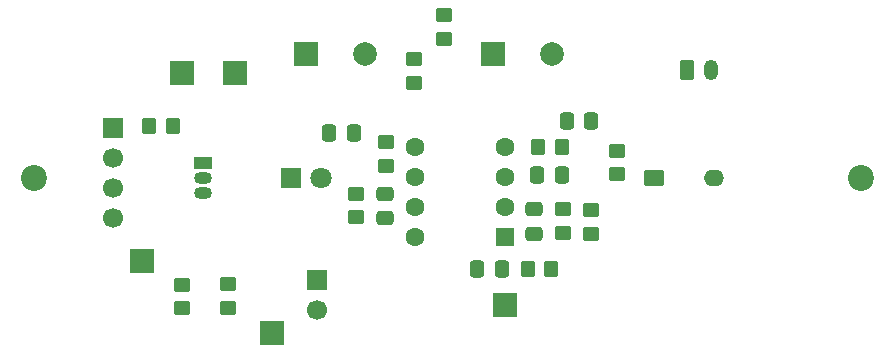
<source format=gbr>
%TF.GenerationSoftware,KiCad,Pcbnew,9.0.1*%
%TF.CreationDate,2025-10-23T13:46:40-06:00*%
%TF.ProjectId,lasertagpcb,6c617365-7274-4616-9770-63622e6b6963,rev?*%
%TF.SameCoordinates,Original*%
%TF.FileFunction,Soldermask,Top*%
%TF.FilePolarity,Negative*%
%FSLAX46Y46*%
G04 Gerber Fmt 4.6, Leading zero omitted, Abs format (unit mm)*
G04 Created by KiCad (PCBNEW 9.0.1) date 2025-10-23 13:46:40*
%MOMM*%
%LPD*%
G01*
G04 APERTURE LIST*
G04 Aperture macros list*
%AMRoundRect*
0 Rectangle with rounded corners*
0 $1 Rounding radius*
0 $2 $3 $4 $5 $6 $7 $8 $9 X,Y pos of 4 corners*
0 Add a 4 corners polygon primitive as box body*
4,1,4,$2,$3,$4,$5,$6,$7,$8,$9,$2,$3,0*
0 Add four circle primitives for the rounded corners*
1,1,$1+$1,$2,$3*
1,1,$1+$1,$4,$5*
1,1,$1+$1,$6,$7*
1,1,$1+$1,$8,$9*
0 Add four rect primitives between the rounded corners*
20,1,$1+$1,$2,$3,$4,$5,0*
20,1,$1+$1,$4,$5,$6,$7,0*
20,1,$1+$1,$6,$7,$8,$9,0*
20,1,$1+$1,$8,$9,$2,$3,0*%
G04 Aperture macros list end*
%ADD10R,2.000000X2.000000*%
%ADD11RoundRect,0.250000X-0.450000X0.350000X-0.450000X-0.350000X0.450000X-0.350000X0.450000X0.350000X0*%
%ADD12RoundRect,0.250000X-0.475000X0.337500X-0.475000X-0.337500X0.475000X-0.337500X0.475000X0.337500X0*%
%ADD13R,1.700000X1.700000*%
%ADD14C,1.700000*%
%ADD15RoundRect,0.250000X0.350000X0.450000X-0.350000X0.450000X-0.350000X-0.450000X0.350000X-0.450000X0*%
%ADD16RoundRect,0.250000X0.337500X0.475000X-0.337500X0.475000X-0.337500X-0.475000X0.337500X-0.475000X0*%
%ADD17C,2.200000*%
%ADD18C,2.000000*%
%ADD19RoundRect,0.250000X-0.337500X-0.475000X0.337500X-0.475000X0.337500X0.475000X-0.337500X0.475000X0*%
%ADD20RoundRect,0.250000X-0.350000X-0.450000X0.350000X-0.450000X0.350000X0.450000X-0.350000X0.450000X0*%
%ADD21RoundRect,0.250000X0.450000X-0.350000X0.450000X0.350000X-0.450000X0.350000X-0.450000X-0.350000X0*%
%ADD22RoundRect,0.250000X-0.350000X-0.625000X0.350000X-0.625000X0.350000X0.625000X-0.350000X0.625000X0*%
%ADD23O,1.200000X1.750000*%
%ADD24R,1.500000X1.050000*%
%ADD25O,1.500000X1.050000*%
%ADD26RoundRect,0.250000X0.550000X0.550000X-0.550000X0.550000X-0.550000X-0.550000X0.550000X-0.550000X0*%
%ADD27C,1.600000*%
%ADD28R,1.800000X1.800000*%
%ADD29C,1.800000*%
%ADD30RoundRect,0.249200X-0.600800X-0.450800X0.600800X-0.450800X0.600800X0.450800X-0.600800X0.450800X0*%
%ADD31O,1.700000X1.400000*%
G04 APERTURE END LIST*
D10*
%TO.C,TP4*%
X111520000Y-64160000D03*
%TD*%
%TO.C,TP5*%
X116020000Y-64160000D03*
%TD*%
%TO.C,TP3*%
X119110000Y-86130000D03*
%TD*%
%TO.C,TP2*%
X108090000Y-80030000D03*
%TD*%
%TO.C,TP1*%
X138810000Y-83820000D03*
%TD*%
D11*
%TO.C,R9*%
X126220000Y-74360000D03*
X126220000Y-76360000D03*
%TD*%
%TO.C,R10*%
X131150000Y-62980000D03*
X131150000Y-64980000D03*
%TD*%
D12*
%TO.C,C4*%
X128690000Y-74362500D03*
X128690000Y-76437500D03*
%TD*%
D11*
%TO.C,R12*%
X148330000Y-70730000D03*
X148330000Y-72730000D03*
%TD*%
D13*
%TO.C,J1*%
X105680000Y-68820000D03*
D14*
X105680000Y-71360000D03*
X105680000Y-73900000D03*
X105680000Y-76440000D03*
%TD*%
D12*
%TO.C,C2*%
X141340000Y-75692500D03*
X141340000Y-77767500D03*
%TD*%
D11*
%TO.C,R11*%
X133710000Y-59230000D03*
X133710000Y-61230000D03*
%TD*%
D13*
%TO.C,J2*%
X122970000Y-81665000D03*
D14*
X122970000Y-84205000D03*
%TD*%
D15*
%TO.C,R7*%
X142770000Y-80750000D03*
X140770000Y-80750000D03*
%TD*%
D16*
%TO.C,C1*%
X143677500Y-72750000D03*
X141602500Y-72750000D03*
%TD*%
D17*
%TO.C,REF\u002A\u002A*%
X169000000Y-73000000D03*
%TD*%
D10*
%TO.C,C7*%
X137827349Y-62530000D03*
D18*
X142827349Y-62530000D03*
%TD*%
D19*
%TO.C,C6*%
X123962500Y-69240000D03*
X126037500Y-69240000D03*
%TD*%
%TO.C,C8*%
X144072500Y-68240000D03*
X146147500Y-68240000D03*
%TD*%
D17*
%TO.C,REF\u002A\u002A*%
X99000000Y-73000000D03*
%TD*%
D20*
%TO.C,R6*%
X141640000Y-70390000D03*
X143640000Y-70390000D03*
%TD*%
D11*
%TO.C,R8*%
X128760000Y-69970000D03*
X128760000Y-71970000D03*
%TD*%
D21*
%TO.C,R4*%
X146160000Y-77730000D03*
X146160000Y-75730000D03*
%TD*%
D22*
%TO.C,J3*%
X154280000Y-63910000D03*
D23*
X156280000Y-63910000D03*
%TD*%
D16*
%TO.C,C3*%
X138567500Y-80750000D03*
X136492500Y-80750000D03*
%TD*%
D21*
%TO.C,R2*%
X115440000Y-84005000D03*
X115440000Y-82005000D03*
%TD*%
D20*
%TO.C,R3*%
X108750000Y-68620000D03*
X110750000Y-68620000D03*
%TD*%
D10*
%TO.C,C5*%
X122037349Y-62570000D03*
D18*
X127037349Y-62570000D03*
%TD*%
D24*
%TO.C,Q1*%
X113240000Y-71730000D03*
D25*
X113240000Y-73000000D03*
X113240000Y-74270000D03*
%TD*%
D26*
%TO.C,U1*%
X138825000Y-78030000D03*
D27*
X138825000Y-75490000D03*
X138825000Y-72950000D03*
X138825000Y-70410000D03*
X131205000Y-70410000D03*
X131205000Y-72950000D03*
X131205000Y-75490000D03*
X131205000Y-78030000D03*
%TD*%
D11*
%TO.C,R5*%
X143720000Y-75670000D03*
X143720000Y-77670000D03*
%TD*%
D21*
%TO.C,R1*%
X111470000Y-84075000D03*
X111470000Y-82075000D03*
%TD*%
D28*
%TO.C,D1*%
X120730000Y-73000000D03*
D29*
X123270000Y-73000000D03*
%TD*%
D30*
%TO.C,D2*%
X151460000Y-73000000D03*
D31*
X156540000Y-73000000D03*
%TD*%
M02*

</source>
